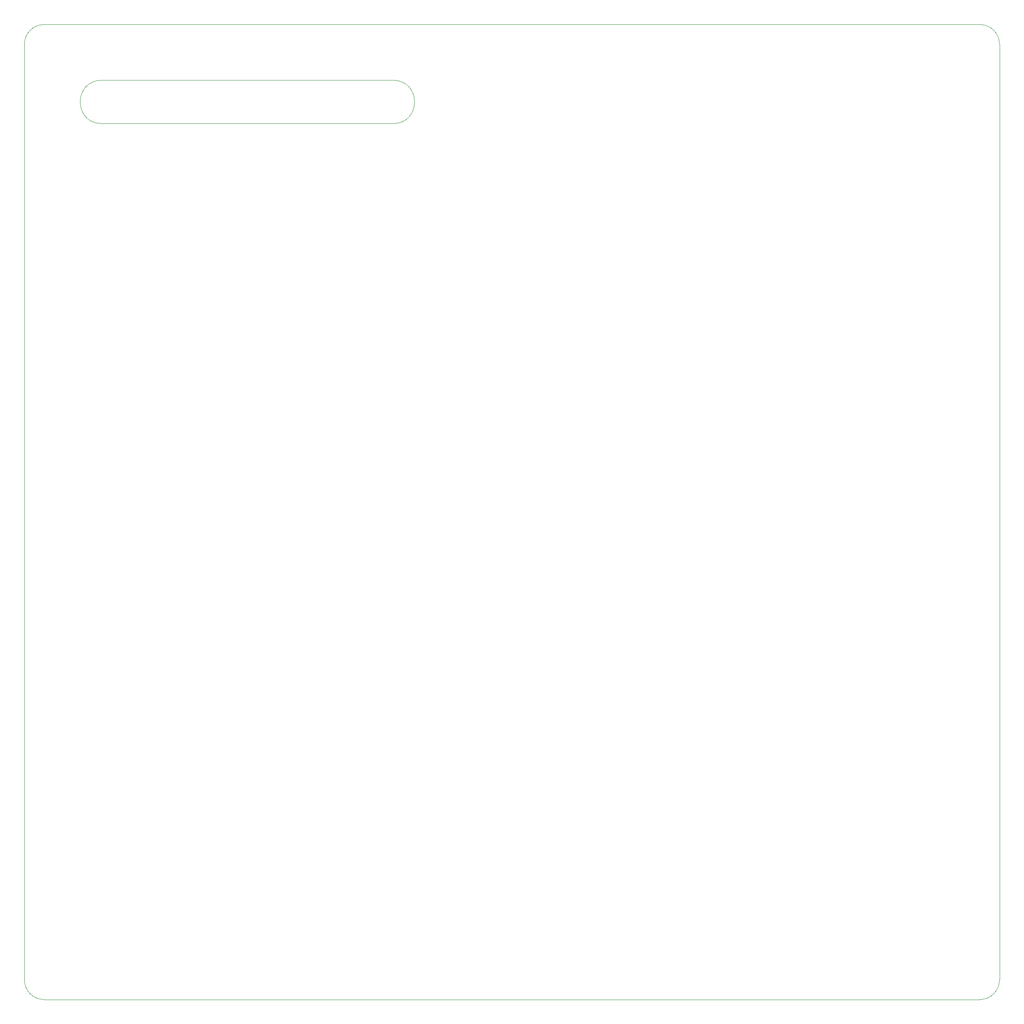
<source format=gbr>
%TF.GenerationSoftware,KiCad,Pcbnew,(5.1.10)-1*%
%TF.CreationDate,2021-10-12T08:33:49-04:00*%
%TF.ProjectId,Heater,48656174-6572-42e6-9b69-6361645f7063,rev?*%
%TF.SameCoordinates,Original*%
%TF.FileFunction,Profile,NP*%
%FSLAX46Y46*%
G04 Gerber Fmt 4.6, Leading zero omitted, Abs format (unit mm)*
G04 Created by KiCad (PCBNEW (5.1.10)-1) date 2021-10-12 08:33:49*
%MOMM*%
%LPD*%
G01*
G04 APERTURE LIST*
%TA.AperFunction,Profile*%
%ADD10C,0.050000*%
%TD*%
G04 APERTURE END LIST*
D10*
X85725000Y-21590000D02*
G75*
G02*
X85725000Y-30480000I0J-4445000D01*
G01*
X26035000Y-30480000D02*
G75*
G02*
X26035000Y-21590000I0J4445000D01*
G01*
X85725000Y-21590000D02*
X26035000Y-21590000D01*
X26035000Y-30480000D02*
X85725000Y-30480000D01*
X14160000Y-210160000D02*
G75*
G02*
X10160000Y-206160000I0J4000000D01*
G01*
X210160000Y-206160000D02*
G75*
G02*
X206160000Y-210160000I-4000000J0D01*
G01*
X206160000Y-10160000D02*
G75*
G02*
X210160000Y-14160000I0J-4000000D01*
G01*
X10160000Y-14160000D02*
G75*
G02*
X14160000Y-10160000I4000000J0D01*
G01*
X206160000Y-10160000D02*
X14160000Y-10160000D01*
X210160000Y-206160000D02*
X210160000Y-14160000D01*
X14160000Y-210160000D02*
X206160000Y-210160000D01*
X10160000Y-14160000D02*
X10160000Y-206160000D01*
M02*

</source>
